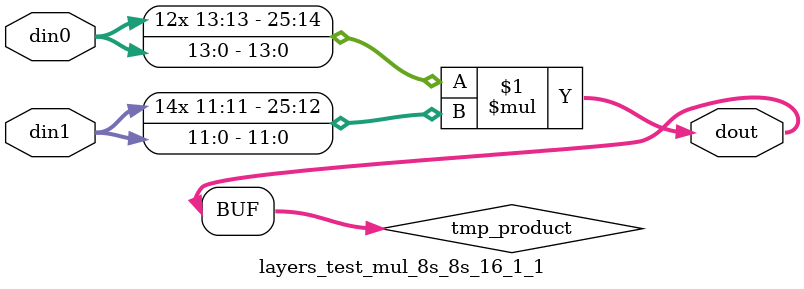
<source format=v>

`timescale 1 ns / 1 ps

 module layers_test_mul_8s_8s_16_1_1(din0, din1, dout);
parameter ID = 1;
parameter NUM_STAGE = 0;
parameter din0_WIDTH = 14;
parameter din1_WIDTH = 12;
parameter dout_WIDTH = 26;

input [din0_WIDTH - 1 : 0] din0; 
input [din1_WIDTH - 1 : 0] din1; 
output [dout_WIDTH - 1 : 0] dout;

wire signed [dout_WIDTH - 1 : 0] tmp_product;



























assign tmp_product = $signed(din0) * $signed(din1);








assign dout = tmp_product;





















endmodule

</source>
